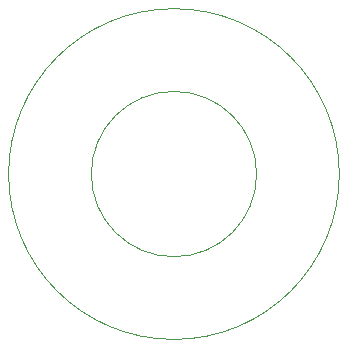
<source format=gm1>
G04 #@! TF.GenerationSoftware,KiCad,Pcbnew,(5.1.7)-1*
G04 #@! TF.CreationDate,2022-06-07T01:17:25+02:00*
G04 #@! TF.ProjectId,Kondensator-Adapter-25mm-Spacer,4b6f6e64-656e-4736-9174-6f722d416461,rev?*
G04 #@! TF.SameCoordinates,Original*
G04 #@! TF.FileFunction,Profile,NP*
%FSLAX46Y46*%
G04 Gerber Fmt 4.6, Leading zero omitted, Abs format (unit mm)*
G04 Created by KiCad (PCBNEW (5.1.7)-1) date 2022-06-07 01:17:25*
%MOMM*%
%LPD*%
G01*
G04 APERTURE LIST*
G04 #@! TA.AperFunction,Profile*
%ADD10C,0.050000*%
G04 #@! TD*
G04 APERTURE END LIST*
D10*
X182000000Y-40000000D02*
G75*
G03*
X182000000Y-40000000I-7000000J0D01*
G01*
X188999999Y-40000000D02*
G75*
G03*
X188999999Y-40000000I-13999999J0D01*
G01*
M02*

</source>
